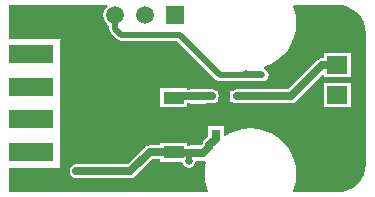
<source format=gbl>
G04 Layer_Physical_Order=2*
G04 Layer_Color=16711680*
%FSAX25Y25*%
%MOIN*%
G70*
G01*
G75*
%ADD10R,0.15000X0.06100*%
%ADD17R,0.03150X0.03150*%
%ADD18C,0.02000*%
%ADD19C,0.02500*%
%ADD22R,0.07000X0.06000*%
%ADD23R,0.05906X0.05906*%
%ADD24C,0.05906*%
%ADD25C,0.15000*%
%ADD26C,0.02500*%
%ADD27R,0.02323X0.01772*%
%ADD28R,0.06890X0.04331*%
%ADD29R,0.06890X0.04331*%
%ADD30R,0.06890X0.13780*%
G36*
X0380930Y0439465D02*
Y0439465D01*
X0380930Y0439465D01*
X0382355Y0439325D01*
X0384138Y0438783D01*
X0385782Y0437905D01*
X0387223Y0436723D01*
X0388405Y0435282D01*
X0389283Y0433638D01*
X0389825Y0431855D01*
X0390007Y0430000D01*
X0389965Y0429570D01*
X0389965D01*
X0389981Y0429550D01*
X0389971Y0429500D01*
X0389971Y0429500D01*
X0389971D01*
X0389971Y0429500D01*
X0389971D01*
Y0386075D01*
X0389965Y0386070D01*
X0389965D01*
X0389965Y0386070D01*
X0389825Y0384645D01*
X0389283Y0382862D01*
X0388405Y0381218D01*
X0387223Y0379777D01*
X0385782Y0378595D01*
X0384138Y0377717D01*
X0382355Y0377175D01*
X0380500Y0376993D01*
X0380070Y0377035D01*
Y0377035D01*
X0380050Y0377020D01*
X0380000Y0377029D01*
X0365961D01*
X0365683Y0377445D01*
X0366029Y0378279D01*
X0366588Y0380610D01*
X0366777Y0383000D01*
X0366588Y0385390D01*
X0366029Y0387721D01*
X0365112Y0389935D01*
X0363859Y0391979D01*
X0362302Y0393802D01*
X0360479Y0395359D01*
X0358435Y0396612D01*
X0356221Y0397529D01*
X0353890Y0398089D01*
X0351500Y0398277D01*
X0349110Y0398089D01*
X0346779Y0397529D01*
X0344565Y0396612D01*
X0343011Y0395660D01*
X0342575Y0395904D01*
Y0399122D01*
X0337425D01*
Y0395588D01*
X0336109Y0394272D01*
X0335612Y0393528D01*
X0335570Y0393314D01*
X0334878Y0392622D01*
X0331425D01*
Y0392341D01*
X0330342D01*
Y0393573D01*
X0321452D01*
Y0392702D01*
X0317908D01*
X0317030Y0392527D01*
X0316286Y0392030D01*
X0310550Y0386294D01*
X0293500D01*
X0292622Y0386120D01*
X0291878Y0385622D01*
X0291381Y0384878D01*
X0291206Y0384000D01*
X0291381Y0383122D01*
X0291878Y0382378D01*
X0292622Y0381880D01*
X0293500Y0381706D01*
X0311500D01*
X0312378Y0381880D01*
X0313122Y0382378D01*
X0318858Y0388114D01*
X0321452D01*
Y0387243D01*
X0328757D01*
X0328881Y0386622D01*
X0329378Y0385878D01*
X0330122Y0385381D01*
X0331000Y0385206D01*
X0331878Y0385381D01*
X0332622Y0385878D01*
X0333120Y0386622D01*
X0333289Y0387472D01*
X0336508D01*
X0336817Y0387080D01*
X0336411Y0385390D01*
X0336223Y0383000D01*
X0336411Y0380610D01*
X0336971Y0378279D01*
X0337317Y0377445D01*
X0337039Y0377029D01*
X0271029D01*
Y0385000D01*
X0288000D01*
Y0427500D01*
X0288500Y0428000D01*
X0271029D01*
Y0439471D01*
X0303752D01*
X0303913Y0438997D01*
X0303681Y0438819D01*
X0303047Y0437993D01*
X0302649Y0437032D01*
X0302513Y0436000D01*
X0302649Y0434968D01*
X0303047Y0434007D01*
X0303681Y0433181D01*
X0304461Y0432582D01*
Y0431500D01*
X0304461Y0431500D01*
X0304461D01*
X0304616Y0430720D01*
X0305058Y0430058D01*
X0307058Y0428058D01*
X0307720Y0427616D01*
X0308500Y0427461D01*
X0327155D01*
X0340058Y0414558D01*
X0340720Y0414116D01*
X0341500Y0413961D01*
X0355500D01*
X0355500Y0413961D01*
X0356280Y0414116D01*
X0356942Y0414558D01*
X0357384Y0415220D01*
X0357539Y0416000D01*
X0357384Y0416780D01*
X0356942Y0417442D01*
X0356442Y0417942D01*
X0355780Y0418384D01*
X0355881Y0418890D01*
X0356221Y0418971D01*
X0358435Y0419888D01*
X0360479Y0421141D01*
X0362302Y0422698D01*
X0363859Y0424521D01*
X0365112Y0426565D01*
X0366029Y0428779D01*
X0366588Y0431110D01*
X0366777Y0433500D01*
X0366588Y0435890D01*
X0366029Y0438221D01*
X0365683Y0439055D01*
X0365961Y0439471D01*
X0380925D01*
X0380930Y0439465D01*
D02*
G37*
%LPC*%
G36*
X0385000Y0413500D02*
X0376000D01*
Y0405500D01*
X0385000D01*
Y0413500D01*
D02*
G37*
G36*
X0330342Y0411683D02*
X0321452D01*
Y0405353D01*
X0330342D01*
Y0406659D01*
X0331425D01*
Y0406378D01*
X0336575D01*
Y0406706D01*
X0338693D01*
X0339571Y0406881D01*
X0339920Y0407114D01*
X0340854D01*
Y0408333D01*
X0340987Y0409000D01*
X0340854Y0409667D01*
Y0410886D01*
X0339920D01*
X0339571Y0411119D01*
X0338693Y0411294D01*
X0336575D01*
Y0411528D01*
X0331425D01*
Y0411247D01*
X0330342D01*
Y0411683D01*
D02*
G37*
G36*
X0385000Y0423500D02*
X0376000D01*
Y0421794D01*
X0375500D01*
X0374622Y0421619D01*
X0373878Y0421122D01*
X0364050Y0411294D01*
X0347000D01*
X0346122Y0411119D01*
X0345772Y0410886D01*
X0344839D01*
Y0409667D01*
X0344706Y0409000D01*
X0344839Y0408333D01*
Y0407114D01*
X0345772D01*
X0346122Y0406881D01*
X0347000Y0406706D01*
X0365000D01*
X0365878Y0406881D01*
X0366622Y0407378D01*
X0375538Y0416294D01*
X0376000Y0416102D01*
Y0415500D01*
X0385000D01*
Y0423500D01*
D02*
G37*
%LPD*%
D10*
X0278500Y0390400D02*
D03*
Y0423100D02*
D03*
Y0401300D02*
D03*
Y0412200D02*
D03*
D17*
X0340000Y0402453D02*
D03*
Y0396547D02*
D03*
X0334000Y0395953D02*
D03*
Y0390047D02*
D03*
Y0403047D02*
D03*
Y0408953D02*
D03*
D18*
X0341500Y0416000D02*
X0355500D01*
X0350000Y0416500D02*
X0355000D01*
X0355500Y0416000D01*
X0331000Y0387500D02*
Y0390047D01*
X0306500Y0431500D02*
X0308500Y0429500D01*
X0306500Y0431500D02*
Y0436000D01*
X0308500Y0429500D02*
X0328000D01*
X0341500Y0416000D01*
D19*
X0340047Y0402500D02*
X0367500D01*
X0279000Y0435000D02*
X0295500D01*
X0305500Y0399463D02*
X0316000D01*
X0375500Y0419500D02*
X0380500D01*
X0365000Y0409000D02*
X0375500Y0419500D01*
X0347000Y0409000D02*
X0365000D01*
X0370500Y0399500D02*
X0380500D01*
X0367500Y0402500D02*
X0370500Y0399500D01*
X0340000Y0402453D02*
X0340047Y0402500D01*
X0334594Y0402453D02*
X0340000D01*
X0334000Y0403047D02*
X0334594Y0402453D01*
X0334047Y0409000D02*
X0338693D01*
X0334000Y0408953D02*
X0334047Y0409000D01*
X0326331Y0408953D02*
X0334000D01*
X0325897Y0408518D02*
X0326331Y0408953D01*
X0325897Y0390408D02*
X0326257Y0390047D01*
X0334000D02*
X0335547D01*
X0337732Y0392231D01*
Y0392650D01*
X0340000Y0394918D01*
Y0396547D01*
X0317908Y0390408D02*
X0325897D01*
X0311500Y0384000D02*
X0317908Y0390408D01*
X0326257Y0390047D02*
X0331000D01*
X0334000D01*
X0325934Y0399500D02*
X0334000D01*
X0325897Y0399463D02*
X0325934Y0399500D01*
X0334000Y0395953D02*
Y0399500D01*
Y0403047D01*
X0293500Y0384000D02*
X0311500D01*
X0299950Y0399500D02*
X0305500D01*
X0299913Y0399463D02*
X0299950Y0399500D01*
X0295500Y0435000D02*
X0296500Y0436000D01*
Y0413000D02*
X0299913Y0409587D01*
Y0399463D02*
Y0409587D01*
X0316000Y0419000D02*
X0323000Y0426000D01*
X0316000Y0399463D02*
Y0419000D01*
Y0399463D02*
X0325897D01*
X0296500Y0413000D02*
Y0436000D01*
X0279000Y0433500D02*
Y0435000D01*
D22*
X0380500Y0419500D02*
D03*
Y0409500D02*
D03*
Y0399500D02*
D03*
D23*
X0326500Y0436000D02*
D03*
D24*
X0316500D02*
D03*
X0306500D02*
D03*
X0296500D02*
D03*
D25*
X0380500Y0387000D02*
D03*
Y0431500D02*
D03*
D26*
X0350000Y0416500D02*
D03*
X0355000Y0404000D02*
D03*
X0293500Y0384000D02*
D03*
X0305500Y0399500D02*
D03*
X0331000Y0387500D02*
D03*
X0323000Y0426000D02*
D03*
X0279000Y0433500D02*
D03*
X0284000D02*
D03*
X0289000D02*
D03*
X0279000Y0437500D02*
D03*
X0284000D02*
D03*
X0289000D02*
D03*
D27*
X0338693Y0409000D02*
D03*
X0347000D02*
D03*
D28*
X0325897Y0408518D02*
D03*
D29*
Y0399463D02*
D03*
Y0390408D02*
D03*
D30*
X0299913Y0399463D02*
D03*
M02*

</source>
